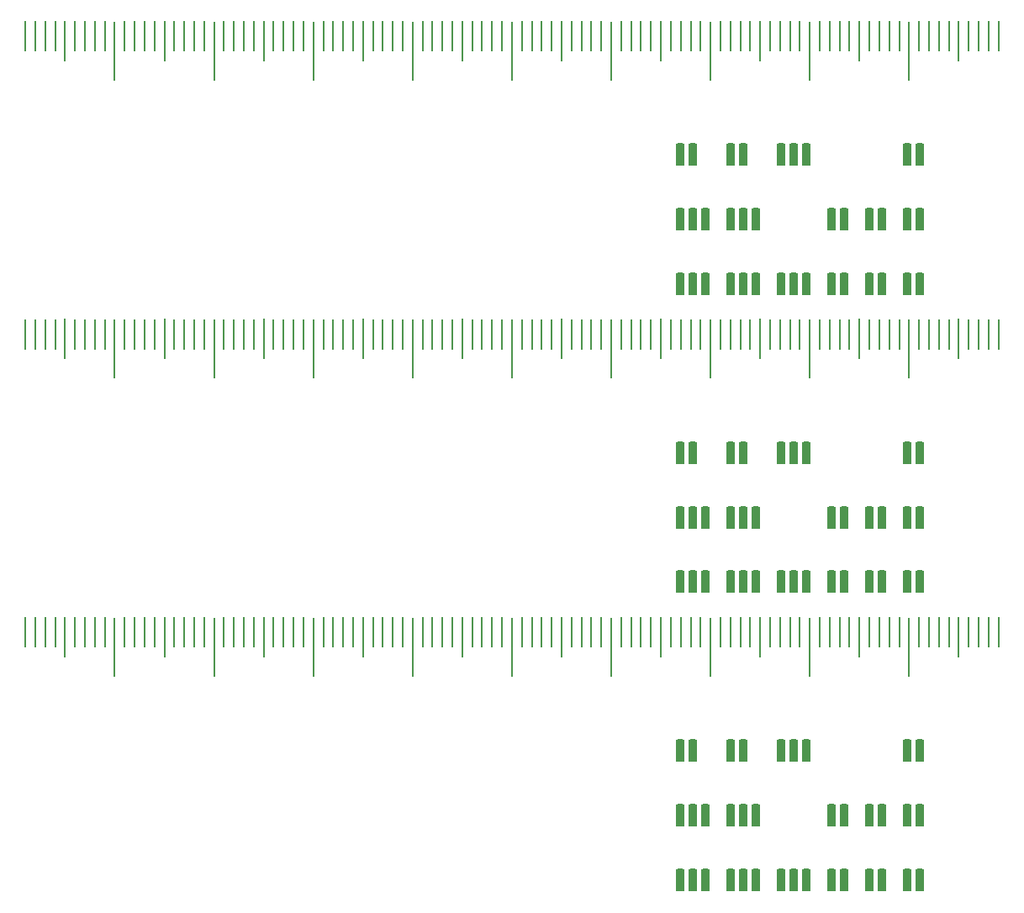
<source format=gbr>
%TF.GenerationSoftware,KiCad,Pcbnew,(6.0.10)*%
%TF.CreationDate,2023-09-25T09:30:20+09:00*%
%TF.ProjectId,simpleLogicCircuit,73696d70-6c65-44c6-9f67-696343697263,rev?*%
%TF.SameCoordinates,Original*%
%TF.FileFunction,Paste,Top*%
%TF.FilePolarity,Positive*%
%FSLAX46Y46*%
G04 Gerber Fmt 4.6, Leading zero omitted, Abs format (unit mm)*
G04 Created by KiCad (PCBNEW (6.0.10)) date 2023-09-25 09:30:20*
%MOMM*%
%LPD*%
G01*
G04 APERTURE LIST*
G04 Aperture macros list*
%AMRoundRect*
0 Rectangle with rounded corners*
0 $1 Rounding radius*
0 $2 $3 $4 $5 $6 $7 $8 $9 X,Y pos of 4 corners*
0 Add a 4 corners polygon primitive as box body*
4,1,4,$2,$3,$4,$5,$6,$7,$8,$9,$2,$3,0*
0 Add four circle primitives for the rounded corners*
1,1,$1+$1,$2,$3*
1,1,$1+$1,$4,$5*
1,1,$1+$1,$6,$7*
1,1,$1+$1,$8,$9*
0 Add four rect primitives between the rounded corners*
20,1,$1+$1,$2,$3,$4,$5,0*
20,1,$1+$1,$4,$5,$6,$7,0*
20,1,$1+$1,$6,$7,$8,$9,0*
20,1,$1+$1,$8,$9,$2,$3,0*%
G04 Aperture macros list end*
%ADD10RoundRect,0.225000X-0.225000X-0.918000X0.225000X-0.918000X0.225000X0.918000X-0.225000X0.918000X0*%
%ADD11RoundRect,0.050000X-0.050000X-1.450000X0.050000X-1.450000X0.050000X1.450000X-0.050000X1.450000X0*%
%ADD12RoundRect,0.050000X-0.050000X-1.950000X0.050000X-1.950000X0.050000X1.950000X-0.050000X1.950000X0*%
%ADD13RoundRect,0.050000X-0.050000X-2.950000X0.050000X-2.950000X0.050000X2.950000X-0.050000X2.950000X0*%
G04 APERTURE END LIST*
D10*
%TO.C,AND2*%
X123065000Y-110452500D03*
X121795000Y-110452500D03*
X111635000Y-110452500D03*
X110365000Y-110452500D03*
X109095000Y-110452500D03*
X105285000Y-110452500D03*
X104015000Y-110452500D03*
X100205000Y-110452500D03*
X98935000Y-110452500D03*
%TD*%
D11*
%TO.C,REF\u002A\u002A4*%
X131000000Y-98500000D03*
X130000000Y-98500000D03*
X129000000Y-98500000D03*
X128000000Y-98500000D03*
X126000000Y-98500000D03*
X125000000Y-98500000D03*
X124000000Y-98500000D03*
X123000000Y-98500000D03*
X121000000Y-98500000D03*
X120000000Y-98500000D03*
X119000000Y-98500000D03*
X118000000Y-98500000D03*
X116000000Y-98500000D03*
X115000000Y-98500000D03*
X114000000Y-98500000D03*
X113000000Y-98500000D03*
X111000000Y-98500000D03*
X110000000Y-98500000D03*
X109000000Y-98500000D03*
X108000000Y-98500000D03*
X106000000Y-98500000D03*
X105000000Y-98500000D03*
X104000000Y-98500000D03*
X103000000Y-98500000D03*
X101000000Y-98500000D03*
X100000000Y-98500000D03*
X99000000Y-98500000D03*
X98000000Y-98500000D03*
X96000000Y-98500000D03*
X95000000Y-98500000D03*
X94000000Y-98500000D03*
X93000000Y-98500000D03*
X91000000Y-98500000D03*
X90000000Y-98500000D03*
X89000000Y-98500000D03*
X88000000Y-98500000D03*
X86000000Y-98500000D03*
X85000000Y-98500000D03*
X84000000Y-98500000D03*
X83000000Y-98500000D03*
X81000000Y-98500000D03*
X80000000Y-98500000D03*
X79000000Y-98500000D03*
X78000000Y-98500000D03*
X76000000Y-98500000D03*
X75000000Y-98500000D03*
X74000000Y-98500000D03*
X73000000Y-98500000D03*
X71000000Y-98500000D03*
X70000000Y-98500000D03*
X69000000Y-98500000D03*
X68000000Y-98500000D03*
X66000000Y-98500000D03*
X65000000Y-98500000D03*
X64000000Y-98500000D03*
X63000000Y-98500000D03*
X61000000Y-98500000D03*
X60000000Y-98500000D03*
X59000000Y-98500000D03*
X58000000Y-98500000D03*
X56000000Y-98500000D03*
X55000000Y-98500000D03*
X54000000Y-98500000D03*
X53000000Y-98500000D03*
X51000000Y-98500000D03*
X50000000Y-98500000D03*
X49000000Y-98500000D03*
X48000000Y-98500000D03*
X46000000Y-98500000D03*
X45000000Y-98500000D03*
X44000000Y-98500000D03*
X43000000Y-98500000D03*
X41000000Y-98500000D03*
X40000000Y-98500000D03*
X39000000Y-98500000D03*
X38000000Y-98500000D03*
X33000000Y-98500000D03*
X34000000Y-98500000D03*
X35000000Y-98500000D03*
X36000000Y-98500000D03*
D12*
X127000000Y-99000000D03*
X117000000Y-99000000D03*
X107000000Y-99000000D03*
X97000000Y-99000000D03*
X87000000Y-99000000D03*
X77000000Y-99000000D03*
X67000000Y-99000000D03*
X57000000Y-99000000D03*
X47000000Y-99000000D03*
X37000000Y-99000000D03*
D13*
X122000000Y-100000000D03*
X112000000Y-100000000D03*
X102000000Y-100000000D03*
X92000000Y-100000000D03*
X82000000Y-100000000D03*
X72000000Y-100000000D03*
X62000000Y-100000000D03*
X52000000Y-100000000D03*
X42000000Y-100000000D03*
%TD*%
D10*
%TO.C,XOR2*%
X123065000Y-123452500D03*
X121795000Y-123452500D03*
X119255000Y-123452500D03*
X117985000Y-123452500D03*
X115445000Y-123452500D03*
X114175000Y-123452500D03*
X111635000Y-123452500D03*
X110365000Y-123452500D03*
X109095000Y-123452500D03*
X106555000Y-123452500D03*
X105285000Y-123452500D03*
X104015000Y-123452500D03*
X101475000Y-123452500D03*
X100205000Y-123452500D03*
X98935000Y-123452500D03*
%TD*%
%TO.C,OR2*%
X123065000Y-116952500D03*
X121795000Y-116952500D03*
X119255000Y-116952500D03*
X117985000Y-116952500D03*
X115445000Y-116952500D03*
X114175000Y-116952500D03*
X106555000Y-116952500D03*
X105285000Y-116952500D03*
X104015000Y-116952500D03*
X101475000Y-116952500D03*
X100205000Y-116952500D03*
X98935000Y-116952500D03*
%TD*%
%TO.C,AND1*%
X123065000Y-80452500D03*
X121795000Y-80452500D03*
X111635000Y-80452500D03*
X110365000Y-80452500D03*
X109095000Y-80452500D03*
X105285000Y-80452500D03*
X104015000Y-80452500D03*
X100205000Y-80452500D03*
X98935000Y-80452500D03*
%TD*%
D11*
%TO.C,REF\u002A\u002A2*%
X131000000Y-68500000D03*
X130000000Y-68500000D03*
X129000000Y-68500000D03*
X128000000Y-68500000D03*
X126000000Y-68500000D03*
X125000000Y-68500000D03*
X124000000Y-68500000D03*
X123000000Y-68500000D03*
X121000000Y-68500000D03*
X120000000Y-68500000D03*
X119000000Y-68500000D03*
X118000000Y-68500000D03*
X116000000Y-68500000D03*
X115000000Y-68500000D03*
X114000000Y-68500000D03*
X113000000Y-68500000D03*
X111000000Y-68500000D03*
X110000000Y-68500000D03*
X109000000Y-68500000D03*
X108000000Y-68500000D03*
X106000000Y-68500000D03*
X105000000Y-68500000D03*
X104000000Y-68500000D03*
X103000000Y-68500000D03*
X101000000Y-68500000D03*
X100000000Y-68500000D03*
X99000000Y-68500000D03*
X98000000Y-68500000D03*
X96000000Y-68500000D03*
X95000000Y-68500000D03*
X94000000Y-68500000D03*
X93000000Y-68500000D03*
X91000000Y-68500000D03*
X90000000Y-68500000D03*
X89000000Y-68500000D03*
X88000000Y-68500000D03*
X86000000Y-68500000D03*
X85000000Y-68500000D03*
X84000000Y-68500000D03*
X83000000Y-68500000D03*
X81000000Y-68500000D03*
X80000000Y-68500000D03*
X79000000Y-68500000D03*
X78000000Y-68500000D03*
X76000000Y-68500000D03*
X75000000Y-68500000D03*
X74000000Y-68500000D03*
X73000000Y-68500000D03*
X71000000Y-68500000D03*
X70000000Y-68500000D03*
X69000000Y-68500000D03*
X68000000Y-68500000D03*
X66000000Y-68500000D03*
X65000000Y-68500000D03*
X64000000Y-68500000D03*
X63000000Y-68500000D03*
X61000000Y-68500000D03*
X60000000Y-68500000D03*
X59000000Y-68500000D03*
X58000000Y-68500000D03*
X56000000Y-68500000D03*
X55000000Y-68500000D03*
X54000000Y-68500000D03*
X53000000Y-68500000D03*
X51000000Y-68500000D03*
X50000000Y-68500000D03*
X49000000Y-68500000D03*
X48000000Y-68500000D03*
X46000000Y-68500000D03*
X45000000Y-68500000D03*
X44000000Y-68500000D03*
X43000000Y-68500000D03*
X41000000Y-68500000D03*
X40000000Y-68500000D03*
X39000000Y-68500000D03*
X38000000Y-68500000D03*
X33000000Y-68500000D03*
X34000000Y-68500000D03*
X35000000Y-68500000D03*
X36000000Y-68500000D03*
D12*
X127000000Y-69000000D03*
X117000000Y-69000000D03*
X107000000Y-69000000D03*
X97000000Y-69000000D03*
X87000000Y-69000000D03*
X77000000Y-69000000D03*
X67000000Y-69000000D03*
X57000000Y-69000000D03*
X47000000Y-69000000D03*
X37000000Y-69000000D03*
D13*
X122000000Y-70000000D03*
X112000000Y-70000000D03*
X102000000Y-70000000D03*
X92000000Y-70000000D03*
X82000000Y-70000000D03*
X72000000Y-70000000D03*
X62000000Y-70000000D03*
X52000000Y-70000000D03*
X42000000Y-70000000D03*
%TD*%
D10*
%TO.C,XOR1*%
X123065000Y-93452500D03*
X121795000Y-93452500D03*
X119255000Y-93452500D03*
X117985000Y-93452500D03*
X115445000Y-93452500D03*
X114175000Y-93452500D03*
X111635000Y-93452500D03*
X110365000Y-93452500D03*
X109095000Y-93452500D03*
X106555000Y-93452500D03*
X105285000Y-93452500D03*
X104015000Y-93452500D03*
X101475000Y-93452500D03*
X100205000Y-93452500D03*
X98935000Y-93452500D03*
%TD*%
%TO.C,OR1*%
X123065000Y-86952500D03*
X121795000Y-86952500D03*
X119255000Y-86952500D03*
X117985000Y-86952500D03*
X115445000Y-86952500D03*
X114175000Y-86952500D03*
X106555000Y-86952500D03*
X105285000Y-86952500D03*
X104015000Y-86952500D03*
X101475000Y-86952500D03*
X100205000Y-86952500D03*
X98935000Y-86952500D03*
%TD*%
%TO.C,OR*%
X123065000Y-56952500D03*
X121795000Y-56952500D03*
X119255000Y-56952500D03*
X117985000Y-56952500D03*
X115445000Y-56952500D03*
X114175000Y-56952500D03*
X106555000Y-56952500D03*
X105285000Y-56952500D03*
X104015000Y-56952500D03*
X101475000Y-56952500D03*
X100205000Y-56952500D03*
X98935000Y-56952500D03*
%TD*%
%TO.C,XOR*%
X123065000Y-63452500D03*
X121795000Y-63452500D03*
X119255000Y-63452500D03*
X117985000Y-63452500D03*
X115445000Y-63452500D03*
X114175000Y-63452500D03*
X111635000Y-63452500D03*
X110365000Y-63452500D03*
X109095000Y-63452500D03*
X106555000Y-63452500D03*
X105285000Y-63452500D03*
X104015000Y-63452500D03*
X101475000Y-63452500D03*
X100205000Y-63452500D03*
X98935000Y-63452500D03*
%TD*%
D11*
%TO.C,REF\u002A\u002A*%
X131000000Y-38500000D03*
X130000000Y-38500000D03*
X129000000Y-38500000D03*
X128000000Y-38500000D03*
X126000000Y-38500000D03*
X125000000Y-38500000D03*
X124000000Y-38500000D03*
X123000000Y-38500000D03*
X121000000Y-38500000D03*
X120000000Y-38500000D03*
X119000000Y-38500000D03*
X118000000Y-38500000D03*
X116000000Y-38500000D03*
X115000000Y-38500000D03*
X114000000Y-38500000D03*
X113000000Y-38500000D03*
X111000000Y-38500000D03*
X110000000Y-38500000D03*
X109000000Y-38500000D03*
X108000000Y-38500000D03*
X106000000Y-38500000D03*
X105000000Y-38500000D03*
X104000000Y-38500000D03*
X103000000Y-38500000D03*
X101000000Y-38500000D03*
X100000000Y-38500000D03*
X99000000Y-38500000D03*
X98000000Y-38500000D03*
X96000000Y-38500000D03*
X95000000Y-38500000D03*
X94000000Y-38500000D03*
X93000000Y-38500000D03*
X91000000Y-38500000D03*
X90000000Y-38500000D03*
X89000000Y-38500000D03*
X88000000Y-38500000D03*
X86000000Y-38500000D03*
X85000000Y-38500000D03*
X84000000Y-38500000D03*
X83000000Y-38500000D03*
X81000000Y-38500000D03*
X80000000Y-38500000D03*
X79000000Y-38500000D03*
X78000000Y-38500000D03*
X76000000Y-38500000D03*
X75000000Y-38500000D03*
X74000000Y-38500000D03*
X73000000Y-38500000D03*
X71000000Y-38500000D03*
X70000000Y-38500000D03*
X69000000Y-38500000D03*
X68000000Y-38500000D03*
X66000000Y-38500000D03*
X65000000Y-38500000D03*
X64000000Y-38500000D03*
X63000000Y-38500000D03*
X61000000Y-38500000D03*
X60000000Y-38500000D03*
X59000000Y-38500000D03*
X58000000Y-38500000D03*
X56000000Y-38500000D03*
X55000000Y-38500000D03*
X54000000Y-38500000D03*
X53000000Y-38500000D03*
X51000000Y-38500000D03*
X50000000Y-38500000D03*
X49000000Y-38500000D03*
X48000000Y-38500000D03*
X46000000Y-38500000D03*
X45000000Y-38500000D03*
X44000000Y-38500000D03*
X43000000Y-38500000D03*
X41000000Y-38500000D03*
X40000000Y-38500000D03*
X39000000Y-38500000D03*
X38000000Y-38500000D03*
X33000000Y-38500000D03*
X34000000Y-38500000D03*
X35000000Y-38500000D03*
X36000000Y-38500000D03*
D12*
X127000000Y-39000000D03*
X117000000Y-39000000D03*
X107000000Y-39000000D03*
X97000000Y-39000000D03*
X87000000Y-39000000D03*
X77000000Y-39000000D03*
X67000000Y-39000000D03*
X57000000Y-39000000D03*
X47000000Y-39000000D03*
X37000000Y-39000000D03*
D13*
X122000000Y-40000000D03*
X112000000Y-40000000D03*
X102000000Y-40000000D03*
X92000000Y-40000000D03*
X82000000Y-40000000D03*
X72000000Y-40000000D03*
X62000000Y-40000000D03*
X52000000Y-40000000D03*
X42000000Y-40000000D03*
%TD*%
D10*
%TO.C,AND*%
X123065000Y-50452500D03*
X121795000Y-50452500D03*
X111635000Y-50452500D03*
X110365000Y-50452500D03*
X109095000Y-50452500D03*
X105285000Y-50452500D03*
X104015000Y-50452500D03*
X100205000Y-50452500D03*
X98935000Y-50452500D03*
%TD*%
M02*

</source>
